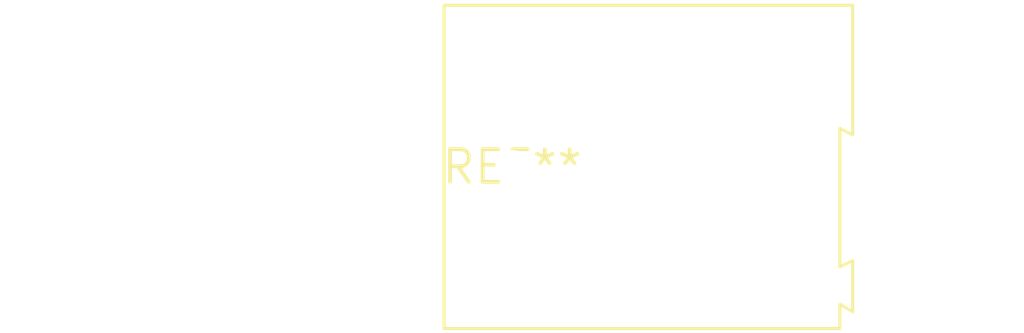
<source format=kicad_pcb>
(kicad_pcb (version 20240108) (generator pcbnew)
  (layers (0 "F.Cu" signal) (31 "B.Cu" signal) (34 "B.Paste" user) (35 "F.Paste" user) (36 "B.SilkS" user "B.Silkscreen") (37 "F.SilkS" user "F.Silkscreen") (38 "B.Mask" user) (39 "F.Mask" user) (44 "Edge.Cuts" user))
  (net 0 "")
  (footprint "TerminalBlock_Altech_AK300-3_P5.00mm" (layer "F.Cu") (at 0 0)
    (property "Reference" "REF**")
    (property "Value" "TerminalBlock_Altech_AK300-3_P5.00mm")
    (fp_line (start -2.65 -6.3) (end -2.65 6.3) (layer "F.SilkS") (stroke (width 0.12)))
    (fp_line (start -2.65 6.3) (end 12.75 6.3) (layer "F.SilkS") (stroke (width 0.12)))
    (fp_line (start 12.75 -1.5) (end 13.25 -1.25) (layer "F.SilkS") (stroke (width 0.12)))
    (fp_line (start 12.75 3.9) (end 12.75 -1.5) (layer "F.SilkS") (stroke (width 0.12)))
    (fp_line (start 12.75 5.35) (end 13.25 5.65) (layer "F.SilkS") (stroke (width 0.12)))
    (fp_line (start 12.75 6.3) (end 12.75 5.35) (layer "F.SilkS") (stroke (width 0.12)))
    (fp_line (start 13.25 -6.3) (end -2.65 -6.3) (layer "F.SilkS") (stroke (width 0.12)))
    (fp_line (start 13.25 -1.25) (end 13.25 -6.3) (layer "F.SilkS") (stroke (width 0.12)))
    (fp_line (start 13.25 3.65) (end 12.75 3.9) (layer "F.SilkS") (stroke (width 0.12)))
    (fp_line (start 13.25 5.65) (end 13.25 3.65) (layer "F.SilkS") (stroke (width 0.12)))
    (pad "1" thru_hole rect (at 0 0) (size 1.98 3.96) (drill 1.32) (layers *.Cu *.Mask) (remove_unused_layers))
    (pad "2" thru_hole oval (at 5 0) (size 1.98 3.96) (drill 1.32) (layers *.Cu *.Mask) (remove_unused_layers))
    (pad "3" thru_hole oval (at 10 0) (size 1.98 3.96) (drill 1.32) (layers *.Cu *.Mask) (remove_unused_layers))
  )
)
</source>
